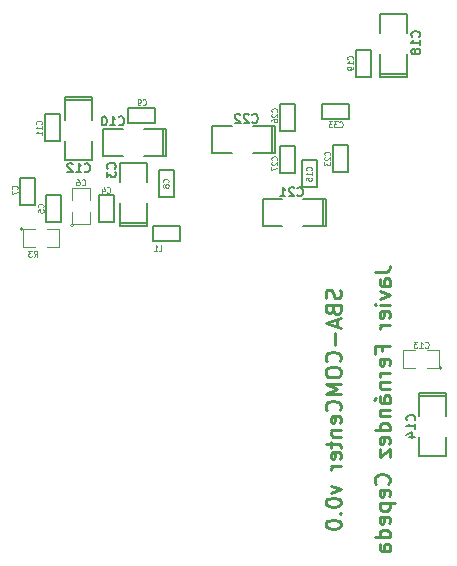
<source format=gbo>
G04 (created by PCBNEW (2013-07-07 BZR 4022)-stable) date 23/05/2015 13:05:33*
%MOIN*%
G04 Gerber Fmt 3.4, Leading zero omitted, Abs format*
%FSLAX34Y34*%
G01*
G70*
G90*
G04 APERTURE LIST*
%ADD10C,0.00590551*%
%ADD11C,0.00984252*%
%ADD12C,0.005*%
%ADD13C,0.0039*%
%ADD14C,0.0043*%
%ADD15C,0.0045*%
G04 APERTURE END LIST*
G54D10*
G54D11*
X60942Y-38400D02*
X60967Y-38473D01*
X60967Y-38595D01*
X60942Y-38643D01*
X60918Y-38668D01*
X60869Y-38692D01*
X60820Y-38692D01*
X60772Y-38668D01*
X60747Y-38643D01*
X60723Y-38595D01*
X60699Y-38497D01*
X60674Y-38448D01*
X60650Y-38424D01*
X60601Y-38400D01*
X60552Y-38400D01*
X60504Y-38424D01*
X60479Y-38448D01*
X60455Y-38497D01*
X60455Y-38619D01*
X60479Y-38692D01*
X60699Y-39082D02*
X60723Y-39155D01*
X60747Y-39180D01*
X60796Y-39204D01*
X60869Y-39204D01*
X60918Y-39180D01*
X60942Y-39155D01*
X60967Y-39106D01*
X60967Y-38911D01*
X60455Y-38911D01*
X60455Y-39082D01*
X60479Y-39131D01*
X60504Y-39155D01*
X60552Y-39180D01*
X60601Y-39180D01*
X60650Y-39155D01*
X60674Y-39131D01*
X60699Y-39082D01*
X60699Y-38911D01*
X60820Y-39399D02*
X60820Y-39643D01*
X60967Y-39350D02*
X60455Y-39521D01*
X60967Y-39691D01*
X60772Y-39862D02*
X60772Y-40252D01*
X60918Y-40788D02*
X60942Y-40764D01*
X60967Y-40691D01*
X60967Y-40642D01*
X60942Y-40569D01*
X60894Y-40520D01*
X60845Y-40496D01*
X60747Y-40471D01*
X60674Y-40471D01*
X60577Y-40496D01*
X60528Y-40520D01*
X60479Y-40569D01*
X60455Y-40642D01*
X60455Y-40691D01*
X60479Y-40764D01*
X60504Y-40788D01*
X60455Y-41105D02*
X60455Y-41202D01*
X60479Y-41251D01*
X60528Y-41300D01*
X60625Y-41324D01*
X60796Y-41324D01*
X60894Y-41300D01*
X60942Y-41251D01*
X60967Y-41202D01*
X60967Y-41105D01*
X60942Y-41056D01*
X60894Y-41007D01*
X60796Y-40983D01*
X60625Y-40983D01*
X60528Y-41007D01*
X60479Y-41056D01*
X60455Y-41105D01*
X60967Y-41544D02*
X60455Y-41544D01*
X60820Y-41714D01*
X60455Y-41885D01*
X60967Y-41885D01*
X60918Y-42421D02*
X60942Y-42397D01*
X60967Y-42324D01*
X60967Y-42275D01*
X60942Y-42202D01*
X60894Y-42153D01*
X60845Y-42129D01*
X60747Y-42104D01*
X60674Y-42104D01*
X60577Y-42129D01*
X60528Y-42153D01*
X60479Y-42202D01*
X60455Y-42275D01*
X60455Y-42324D01*
X60479Y-42397D01*
X60504Y-42421D01*
X60942Y-42835D02*
X60967Y-42787D01*
X60967Y-42689D01*
X60942Y-42640D01*
X60894Y-42616D01*
X60699Y-42616D01*
X60650Y-42640D01*
X60625Y-42689D01*
X60625Y-42787D01*
X60650Y-42835D01*
X60699Y-42860D01*
X60747Y-42860D01*
X60796Y-42616D01*
X60625Y-43079D02*
X60967Y-43079D01*
X60674Y-43079D02*
X60650Y-43103D01*
X60625Y-43152D01*
X60625Y-43225D01*
X60650Y-43274D01*
X60699Y-43298D01*
X60967Y-43298D01*
X60625Y-43469D02*
X60625Y-43664D01*
X60455Y-43542D02*
X60894Y-43542D01*
X60942Y-43567D01*
X60967Y-43615D01*
X60967Y-43664D01*
X60942Y-44030D02*
X60967Y-43981D01*
X60967Y-43883D01*
X60942Y-43835D01*
X60894Y-43810D01*
X60699Y-43810D01*
X60650Y-43835D01*
X60625Y-43883D01*
X60625Y-43981D01*
X60650Y-44030D01*
X60699Y-44054D01*
X60747Y-44054D01*
X60796Y-43810D01*
X60967Y-44273D02*
X60625Y-44273D01*
X60723Y-44273D02*
X60674Y-44298D01*
X60650Y-44322D01*
X60625Y-44371D01*
X60625Y-44420D01*
X60625Y-44931D02*
X60967Y-45053D01*
X60625Y-45175D01*
X60455Y-45468D02*
X60455Y-45516D01*
X60479Y-45565D01*
X60504Y-45589D01*
X60552Y-45614D01*
X60650Y-45638D01*
X60772Y-45638D01*
X60869Y-45614D01*
X60918Y-45589D01*
X60942Y-45565D01*
X60967Y-45516D01*
X60967Y-45468D01*
X60942Y-45419D01*
X60918Y-45394D01*
X60869Y-45370D01*
X60772Y-45346D01*
X60650Y-45346D01*
X60552Y-45370D01*
X60504Y-45394D01*
X60479Y-45419D01*
X60455Y-45468D01*
X60918Y-45858D02*
X60942Y-45882D01*
X60967Y-45858D01*
X60942Y-45833D01*
X60918Y-45858D01*
X60967Y-45858D01*
X60455Y-46199D02*
X60455Y-46247D01*
X60479Y-46296D01*
X60504Y-46321D01*
X60552Y-46345D01*
X60650Y-46369D01*
X60772Y-46369D01*
X60869Y-46345D01*
X60918Y-46321D01*
X60942Y-46296D01*
X60967Y-46247D01*
X60967Y-46199D01*
X60942Y-46150D01*
X60918Y-46126D01*
X60869Y-46101D01*
X60772Y-46077D01*
X60650Y-46077D01*
X60552Y-46101D01*
X60504Y-46126D01*
X60479Y-46150D01*
X60455Y-46199D01*
X62085Y-37803D02*
X62450Y-37803D01*
X62523Y-37778D01*
X62572Y-37729D01*
X62597Y-37656D01*
X62597Y-37608D01*
X62597Y-38266D02*
X62328Y-38266D01*
X62280Y-38241D01*
X62255Y-38193D01*
X62255Y-38095D01*
X62280Y-38046D01*
X62572Y-38266D02*
X62597Y-38217D01*
X62597Y-38095D01*
X62572Y-38046D01*
X62523Y-38022D01*
X62475Y-38022D01*
X62426Y-38046D01*
X62402Y-38095D01*
X62402Y-38217D01*
X62377Y-38266D01*
X62255Y-38461D02*
X62597Y-38582D01*
X62255Y-38704D01*
X62597Y-38899D02*
X62255Y-38899D01*
X62085Y-38899D02*
X62109Y-38875D01*
X62134Y-38899D01*
X62109Y-38924D01*
X62085Y-38899D01*
X62134Y-38899D01*
X62572Y-39338D02*
X62597Y-39289D01*
X62597Y-39192D01*
X62572Y-39143D01*
X62523Y-39119D01*
X62328Y-39119D01*
X62280Y-39143D01*
X62255Y-39192D01*
X62255Y-39289D01*
X62280Y-39338D01*
X62328Y-39362D01*
X62377Y-39362D01*
X62426Y-39119D01*
X62597Y-39582D02*
X62255Y-39582D01*
X62353Y-39582D02*
X62304Y-39606D01*
X62280Y-39630D01*
X62255Y-39679D01*
X62255Y-39728D01*
X62328Y-40459D02*
X62328Y-40289D01*
X62597Y-40289D02*
X62085Y-40289D01*
X62085Y-40532D01*
X62572Y-40922D02*
X62597Y-40873D01*
X62597Y-40776D01*
X62572Y-40727D01*
X62523Y-40703D01*
X62328Y-40703D01*
X62280Y-40727D01*
X62255Y-40776D01*
X62255Y-40873D01*
X62280Y-40922D01*
X62328Y-40947D01*
X62377Y-40947D01*
X62426Y-40703D01*
X62597Y-41166D02*
X62255Y-41166D01*
X62353Y-41166D02*
X62304Y-41190D01*
X62280Y-41215D01*
X62255Y-41263D01*
X62255Y-41312D01*
X62255Y-41483D02*
X62597Y-41483D01*
X62304Y-41483D02*
X62280Y-41507D01*
X62255Y-41556D01*
X62255Y-41629D01*
X62280Y-41678D01*
X62328Y-41702D01*
X62597Y-41702D01*
X62597Y-42165D02*
X62328Y-42165D01*
X62280Y-42141D01*
X62255Y-42092D01*
X62255Y-41995D01*
X62280Y-41946D01*
X62572Y-42165D02*
X62597Y-42116D01*
X62597Y-41995D01*
X62572Y-41946D01*
X62523Y-41921D01*
X62475Y-41921D01*
X62426Y-41946D01*
X62402Y-41995D01*
X62402Y-42116D01*
X62377Y-42165D01*
X62060Y-42092D02*
X62134Y-42019D01*
X62255Y-42409D02*
X62597Y-42409D01*
X62304Y-42409D02*
X62280Y-42433D01*
X62255Y-42482D01*
X62255Y-42555D01*
X62280Y-42604D01*
X62328Y-42628D01*
X62597Y-42628D01*
X62597Y-43091D02*
X62085Y-43091D01*
X62572Y-43091D02*
X62597Y-43043D01*
X62597Y-42945D01*
X62572Y-42896D01*
X62548Y-42872D01*
X62499Y-42848D01*
X62353Y-42848D01*
X62304Y-42872D01*
X62280Y-42896D01*
X62255Y-42945D01*
X62255Y-43043D01*
X62280Y-43091D01*
X62572Y-43530D02*
X62597Y-43481D01*
X62597Y-43384D01*
X62572Y-43335D01*
X62523Y-43311D01*
X62328Y-43311D01*
X62280Y-43335D01*
X62255Y-43384D01*
X62255Y-43481D01*
X62280Y-43530D01*
X62328Y-43554D01*
X62377Y-43554D01*
X62426Y-43311D01*
X62255Y-43725D02*
X62255Y-43993D01*
X62597Y-43725D01*
X62597Y-43993D01*
X62548Y-44870D02*
X62572Y-44846D01*
X62597Y-44773D01*
X62597Y-44724D01*
X62572Y-44651D01*
X62523Y-44602D01*
X62475Y-44578D01*
X62377Y-44554D01*
X62304Y-44554D01*
X62207Y-44578D01*
X62158Y-44602D01*
X62109Y-44651D01*
X62085Y-44724D01*
X62085Y-44773D01*
X62109Y-44846D01*
X62134Y-44870D01*
X62572Y-45285D02*
X62597Y-45236D01*
X62597Y-45139D01*
X62572Y-45090D01*
X62523Y-45065D01*
X62328Y-45065D01*
X62280Y-45090D01*
X62255Y-45139D01*
X62255Y-45236D01*
X62280Y-45285D01*
X62328Y-45309D01*
X62377Y-45309D01*
X62426Y-45065D01*
X62255Y-45528D02*
X62767Y-45528D01*
X62280Y-45528D02*
X62255Y-45577D01*
X62255Y-45675D01*
X62280Y-45723D01*
X62304Y-45748D01*
X62353Y-45772D01*
X62499Y-45772D01*
X62548Y-45748D01*
X62572Y-45723D01*
X62597Y-45675D01*
X62597Y-45577D01*
X62572Y-45528D01*
X62572Y-46187D02*
X62597Y-46138D01*
X62597Y-46040D01*
X62572Y-45992D01*
X62523Y-45967D01*
X62328Y-45967D01*
X62280Y-45992D01*
X62255Y-46040D01*
X62255Y-46138D01*
X62280Y-46187D01*
X62328Y-46211D01*
X62377Y-46211D01*
X62426Y-45967D01*
X62597Y-46650D02*
X62085Y-46650D01*
X62572Y-46650D02*
X62597Y-46601D01*
X62597Y-46503D01*
X62572Y-46455D01*
X62548Y-46430D01*
X62499Y-46406D01*
X62353Y-46406D01*
X62304Y-46430D01*
X62280Y-46455D01*
X62255Y-46503D01*
X62255Y-46601D01*
X62280Y-46650D01*
X62597Y-47113D02*
X62328Y-47113D01*
X62280Y-47088D01*
X62255Y-47040D01*
X62255Y-46942D01*
X62280Y-46893D01*
X62572Y-47113D02*
X62597Y-47064D01*
X62597Y-46942D01*
X62572Y-46893D01*
X62523Y-46869D01*
X62475Y-46869D01*
X62426Y-46893D01*
X62402Y-46942D01*
X62402Y-47064D01*
X62377Y-47113D01*
G54D12*
X51770Y-32095D02*
X51770Y-31995D01*
X51770Y-31995D02*
X52670Y-31995D01*
X52670Y-31995D02*
X52670Y-32095D01*
X51770Y-32095D02*
X52670Y-32095D01*
X52670Y-32095D02*
X52670Y-32745D01*
X51770Y-33445D02*
X51770Y-34095D01*
X51770Y-34095D02*
X52670Y-34095D01*
X52670Y-34095D02*
X52670Y-33445D01*
X51770Y-32745D02*
X51770Y-32095D01*
X55035Y-33040D02*
X55135Y-33040D01*
X55135Y-33040D02*
X55135Y-33940D01*
X55135Y-33940D02*
X55035Y-33940D01*
X55035Y-33040D02*
X55035Y-33940D01*
X55035Y-33940D02*
X54385Y-33940D01*
X53685Y-33040D02*
X53035Y-33040D01*
X53035Y-33040D02*
X53035Y-33940D01*
X53035Y-33940D02*
X53685Y-33940D01*
X54385Y-33040D02*
X55035Y-33040D01*
X54485Y-36170D02*
X54485Y-36270D01*
X54485Y-36270D02*
X53585Y-36270D01*
X53585Y-36270D02*
X53585Y-36170D01*
X54485Y-36170D02*
X53585Y-36170D01*
X53585Y-36170D02*
X53585Y-35520D01*
X54485Y-34820D02*
X54485Y-34170D01*
X54485Y-34170D02*
X53585Y-34170D01*
X53585Y-34170D02*
X53585Y-34820D01*
X54485Y-35520D02*
X54485Y-36170D01*
X58675Y-32955D02*
X58775Y-32955D01*
X58775Y-32955D02*
X58775Y-33855D01*
X58775Y-33855D02*
X58675Y-33855D01*
X58675Y-32955D02*
X58675Y-33855D01*
X58675Y-33855D02*
X58025Y-33855D01*
X57325Y-32955D02*
X56675Y-32955D01*
X56675Y-32955D02*
X56675Y-33855D01*
X56675Y-33855D02*
X57325Y-33855D01*
X58025Y-32955D02*
X58675Y-32955D01*
X60350Y-35390D02*
X60450Y-35390D01*
X60450Y-35390D02*
X60450Y-36290D01*
X60450Y-36290D02*
X60350Y-36290D01*
X60350Y-35390D02*
X60350Y-36290D01*
X60350Y-36290D02*
X59700Y-36290D01*
X59000Y-35390D02*
X58350Y-35390D01*
X58350Y-35390D02*
X58350Y-36290D01*
X58350Y-36290D02*
X59000Y-36290D01*
X59700Y-35390D02*
X60350Y-35390D01*
X63550Y-41950D02*
X63550Y-41850D01*
X63550Y-41850D02*
X64450Y-41850D01*
X64450Y-41850D02*
X64450Y-41950D01*
X63550Y-41950D02*
X64450Y-41950D01*
X64450Y-41950D02*
X64450Y-42600D01*
X63550Y-43300D02*
X63550Y-43950D01*
X63550Y-43950D02*
X64450Y-43950D01*
X64450Y-43950D02*
X64450Y-43300D01*
X63550Y-42600D02*
X63550Y-41950D01*
X63180Y-31200D02*
X63180Y-31300D01*
X63180Y-31300D02*
X62280Y-31300D01*
X62280Y-31300D02*
X62280Y-31200D01*
X63180Y-31200D02*
X62280Y-31200D01*
X62280Y-31200D02*
X62280Y-30550D01*
X63180Y-29850D02*
X63180Y-29200D01*
X63180Y-29200D02*
X62280Y-29200D01*
X62280Y-29200D02*
X62280Y-29850D01*
X63180Y-30550D02*
X63180Y-31200D01*
G54D13*
X64340Y-41020D02*
G75*
G03X64340Y-41020I-50J0D01*
G74*
G01*
X63840Y-41020D02*
X64240Y-41020D01*
X64240Y-41020D02*
X64240Y-40420D01*
X64240Y-40420D02*
X63840Y-40420D01*
X63440Y-40420D02*
X63040Y-40420D01*
X63040Y-40420D02*
X63040Y-41020D01*
X63040Y-41020D02*
X63440Y-41020D01*
X52050Y-36255D02*
G75*
G03X52050Y-36255I-50J0D01*
G74*
G01*
X52000Y-35805D02*
X52000Y-36205D01*
X52000Y-36205D02*
X52600Y-36205D01*
X52600Y-36205D02*
X52600Y-35805D01*
X52600Y-35405D02*
X52600Y-35005D01*
X52600Y-35005D02*
X52000Y-35005D01*
X52000Y-35005D02*
X52000Y-35405D01*
X50365Y-36390D02*
G75*
G03X50365Y-36390I-50J0D01*
G74*
G01*
X50765Y-36390D02*
X50365Y-36390D01*
X50365Y-36390D02*
X50365Y-36990D01*
X50365Y-36990D02*
X50765Y-36990D01*
X51165Y-36990D02*
X51565Y-36990D01*
X51565Y-36990D02*
X51565Y-36390D01*
X51565Y-36390D02*
X51165Y-36390D01*
G54D12*
X61965Y-31315D02*
X61965Y-30415D01*
X61965Y-30415D02*
X61465Y-30415D01*
X61465Y-30415D02*
X61465Y-31315D01*
X61465Y-31315D02*
X61965Y-31315D01*
X61200Y-34465D02*
X61200Y-33565D01*
X61200Y-33565D02*
X60700Y-33565D01*
X60700Y-33565D02*
X60700Y-34465D01*
X60700Y-34465D02*
X61200Y-34465D01*
X61240Y-32200D02*
X60340Y-32200D01*
X60340Y-32200D02*
X60340Y-32700D01*
X60340Y-32700D02*
X61240Y-32700D01*
X61240Y-32700D02*
X61240Y-32200D01*
X58945Y-32200D02*
X58945Y-33100D01*
X58945Y-33100D02*
X59445Y-33100D01*
X59445Y-33100D02*
X59445Y-32200D01*
X59445Y-32200D02*
X58945Y-32200D01*
X59420Y-34520D02*
X59420Y-33620D01*
X59420Y-33620D02*
X58920Y-33620D01*
X58920Y-33620D02*
X58920Y-34520D01*
X58920Y-34520D02*
X59420Y-34520D01*
X50255Y-34675D02*
X50255Y-35575D01*
X50255Y-35575D02*
X50755Y-35575D01*
X50755Y-35575D02*
X50755Y-34675D01*
X50755Y-34675D02*
X50255Y-34675D01*
X51590Y-33445D02*
X51590Y-32545D01*
X51590Y-32545D02*
X51090Y-32545D01*
X51090Y-32545D02*
X51090Y-33445D01*
X51090Y-33445D02*
X51590Y-33445D01*
X54895Y-34405D02*
X54895Y-35305D01*
X54895Y-35305D02*
X55395Y-35305D01*
X55395Y-35305D02*
X55395Y-34405D01*
X55395Y-34405D02*
X54895Y-34405D01*
X53865Y-32850D02*
X54765Y-32850D01*
X54765Y-32850D02*
X54765Y-32350D01*
X54765Y-32350D02*
X53865Y-32350D01*
X53865Y-32350D02*
X53865Y-32850D01*
X51635Y-36145D02*
X51635Y-35245D01*
X51635Y-35245D02*
X51135Y-35245D01*
X51135Y-35245D02*
X51135Y-36145D01*
X51135Y-36145D02*
X51635Y-36145D01*
X53385Y-36155D02*
X53385Y-35255D01*
X53385Y-35255D02*
X52885Y-35255D01*
X52885Y-35255D02*
X52885Y-36155D01*
X52885Y-36155D02*
X53385Y-36155D01*
X55600Y-36280D02*
X54700Y-36280D01*
X54700Y-36280D02*
X54700Y-36780D01*
X54700Y-36780D02*
X55600Y-36780D01*
X55600Y-36780D02*
X55600Y-36280D01*
X59670Y-34090D02*
X59670Y-34990D01*
X59670Y-34990D02*
X60170Y-34990D01*
X60170Y-34990D02*
X60170Y-34090D01*
X60170Y-34090D02*
X59670Y-34090D01*
X52417Y-34462D02*
X52432Y-34477D01*
X52475Y-34491D01*
X52503Y-34491D01*
X52546Y-34477D01*
X52575Y-34448D01*
X52589Y-34420D01*
X52603Y-34362D01*
X52603Y-34320D01*
X52589Y-34262D01*
X52575Y-34234D01*
X52546Y-34205D01*
X52503Y-34191D01*
X52475Y-34191D01*
X52432Y-34205D01*
X52417Y-34220D01*
X52132Y-34491D02*
X52303Y-34491D01*
X52217Y-34491D02*
X52217Y-34191D01*
X52246Y-34234D01*
X52275Y-34262D01*
X52303Y-34277D01*
X52017Y-34220D02*
X52003Y-34205D01*
X51975Y-34191D01*
X51903Y-34191D01*
X51875Y-34205D01*
X51860Y-34220D01*
X51846Y-34248D01*
X51846Y-34277D01*
X51860Y-34320D01*
X52032Y-34491D01*
X51846Y-34491D01*
X53557Y-32897D02*
X53572Y-32912D01*
X53615Y-32926D01*
X53643Y-32926D01*
X53686Y-32912D01*
X53715Y-32883D01*
X53729Y-32855D01*
X53743Y-32797D01*
X53743Y-32755D01*
X53729Y-32697D01*
X53715Y-32669D01*
X53686Y-32640D01*
X53643Y-32626D01*
X53615Y-32626D01*
X53572Y-32640D01*
X53557Y-32655D01*
X53272Y-32926D02*
X53443Y-32926D01*
X53357Y-32926D02*
X53357Y-32626D01*
X53386Y-32669D01*
X53415Y-32697D01*
X53443Y-32712D01*
X53086Y-32626D02*
X53057Y-32626D01*
X53029Y-32640D01*
X53015Y-32655D01*
X53000Y-32683D01*
X52986Y-32740D01*
X52986Y-32812D01*
X53000Y-32869D01*
X53015Y-32897D01*
X53029Y-32912D01*
X53057Y-32926D01*
X53086Y-32926D01*
X53115Y-32912D01*
X53129Y-32897D01*
X53143Y-32869D01*
X53157Y-32812D01*
X53157Y-32740D01*
X53143Y-32683D01*
X53129Y-32655D01*
X53115Y-32640D01*
X53086Y-32626D01*
X53432Y-34365D02*
X53447Y-34350D01*
X53461Y-34307D01*
X53461Y-34279D01*
X53447Y-34236D01*
X53418Y-34207D01*
X53390Y-34193D01*
X53332Y-34179D01*
X53290Y-34179D01*
X53232Y-34193D01*
X53204Y-34207D01*
X53175Y-34236D01*
X53161Y-34279D01*
X53161Y-34307D01*
X53175Y-34350D01*
X53190Y-34365D01*
X53161Y-34465D02*
X53161Y-34650D01*
X53275Y-34550D01*
X53275Y-34593D01*
X53290Y-34622D01*
X53304Y-34636D01*
X53332Y-34650D01*
X53404Y-34650D01*
X53432Y-34636D01*
X53447Y-34622D01*
X53461Y-34593D01*
X53461Y-34507D01*
X53447Y-34479D01*
X53432Y-34465D01*
X58002Y-32817D02*
X58017Y-32832D01*
X58060Y-32846D01*
X58088Y-32846D01*
X58131Y-32832D01*
X58160Y-32803D01*
X58174Y-32775D01*
X58188Y-32717D01*
X58188Y-32675D01*
X58174Y-32617D01*
X58160Y-32589D01*
X58131Y-32560D01*
X58088Y-32546D01*
X58060Y-32546D01*
X58017Y-32560D01*
X58002Y-32575D01*
X57888Y-32575D02*
X57874Y-32560D01*
X57845Y-32546D01*
X57774Y-32546D01*
X57745Y-32560D01*
X57731Y-32575D01*
X57717Y-32603D01*
X57717Y-32632D01*
X57731Y-32675D01*
X57902Y-32846D01*
X57717Y-32846D01*
X57602Y-32575D02*
X57588Y-32560D01*
X57560Y-32546D01*
X57488Y-32546D01*
X57460Y-32560D01*
X57445Y-32575D01*
X57431Y-32603D01*
X57431Y-32632D01*
X57445Y-32675D01*
X57617Y-32846D01*
X57431Y-32846D01*
X59512Y-35257D02*
X59527Y-35272D01*
X59570Y-35286D01*
X59598Y-35286D01*
X59641Y-35272D01*
X59670Y-35243D01*
X59684Y-35215D01*
X59698Y-35157D01*
X59698Y-35115D01*
X59684Y-35057D01*
X59670Y-35029D01*
X59641Y-35000D01*
X59598Y-34986D01*
X59570Y-34986D01*
X59527Y-35000D01*
X59512Y-35015D01*
X59398Y-35015D02*
X59384Y-35000D01*
X59355Y-34986D01*
X59284Y-34986D01*
X59255Y-35000D01*
X59241Y-35015D01*
X59227Y-35043D01*
X59227Y-35072D01*
X59241Y-35115D01*
X59412Y-35286D01*
X59227Y-35286D01*
X58941Y-35286D02*
X59112Y-35286D01*
X59027Y-35286D02*
X59027Y-34986D01*
X59055Y-35029D01*
X59084Y-35057D01*
X59112Y-35072D01*
X63417Y-42762D02*
X63432Y-42747D01*
X63446Y-42705D01*
X63446Y-42676D01*
X63432Y-42633D01*
X63403Y-42605D01*
X63375Y-42590D01*
X63317Y-42576D01*
X63275Y-42576D01*
X63217Y-42590D01*
X63189Y-42605D01*
X63160Y-42633D01*
X63146Y-42676D01*
X63146Y-42705D01*
X63160Y-42747D01*
X63175Y-42762D01*
X63446Y-43047D02*
X63446Y-42876D01*
X63446Y-42962D02*
X63146Y-42962D01*
X63189Y-42933D01*
X63217Y-42905D01*
X63232Y-42876D01*
X63246Y-43305D02*
X63446Y-43305D01*
X63132Y-43233D02*
X63346Y-43162D01*
X63346Y-43347D01*
X63577Y-29977D02*
X63592Y-29962D01*
X63606Y-29920D01*
X63606Y-29891D01*
X63592Y-29848D01*
X63563Y-29820D01*
X63535Y-29805D01*
X63477Y-29791D01*
X63435Y-29791D01*
X63377Y-29805D01*
X63349Y-29820D01*
X63320Y-29848D01*
X63306Y-29891D01*
X63306Y-29920D01*
X63320Y-29962D01*
X63335Y-29977D01*
X63606Y-30262D02*
X63606Y-30091D01*
X63606Y-30177D02*
X63306Y-30177D01*
X63349Y-30148D01*
X63377Y-30120D01*
X63392Y-30091D01*
X63435Y-30434D02*
X63420Y-30405D01*
X63406Y-30391D01*
X63377Y-30377D01*
X63363Y-30377D01*
X63335Y-30391D01*
X63320Y-30405D01*
X63306Y-30434D01*
X63306Y-30491D01*
X63320Y-30520D01*
X63335Y-30534D01*
X63363Y-30548D01*
X63377Y-30548D01*
X63406Y-30534D01*
X63420Y-30520D01*
X63435Y-30491D01*
X63435Y-30434D01*
X63449Y-30405D01*
X63463Y-30391D01*
X63492Y-30377D01*
X63549Y-30377D01*
X63577Y-30391D01*
X63592Y-30405D01*
X63606Y-30434D01*
X63606Y-30491D01*
X63592Y-30520D01*
X63577Y-30534D01*
X63549Y-30548D01*
X63492Y-30548D01*
X63463Y-30534D01*
X63449Y-30520D01*
X63435Y-30491D01*
G54D14*
X63766Y-40320D02*
X63776Y-40330D01*
X63804Y-40339D01*
X63822Y-40339D01*
X63851Y-40330D01*
X63869Y-40311D01*
X63879Y-40292D01*
X63888Y-40255D01*
X63888Y-40227D01*
X63879Y-40189D01*
X63869Y-40170D01*
X63851Y-40152D01*
X63822Y-40142D01*
X63804Y-40142D01*
X63776Y-40152D01*
X63766Y-40161D01*
X63579Y-40339D02*
X63691Y-40339D01*
X63635Y-40339D02*
X63635Y-40142D01*
X63654Y-40170D01*
X63672Y-40189D01*
X63691Y-40199D01*
X63513Y-40142D02*
X63391Y-40142D01*
X63457Y-40217D01*
X63428Y-40217D01*
X63410Y-40227D01*
X63400Y-40236D01*
X63391Y-40255D01*
X63391Y-40302D01*
X63400Y-40320D01*
X63410Y-40330D01*
X63428Y-40339D01*
X63485Y-40339D01*
X63503Y-40330D01*
X63513Y-40320D01*
X52327Y-34905D02*
X52337Y-34915D01*
X52365Y-34924D01*
X52384Y-34924D01*
X52412Y-34915D01*
X52431Y-34896D01*
X52440Y-34877D01*
X52449Y-34840D01*
X52449Y-34812D01*
X52440Y-34774D01*
X52431Y-34755D01*
X52412Y-34737D01*
X52384Y-34727D01*
X52365Y-34727D01*
X52337Y-34737D01*
X52327Y-34746D01*
X52158Y-34727D02*
X52196Y-34727D01*
X52215Y-34737D01*
X52224Y-34746D01*
X52243Y-34774D01*
X52252Y-34812D01*
X52252Y-34887D01*
X52243Y-34905D01*
X52234Y-34915D01*
X52215Y-34924D01*
X52177Y-34924D01*
X52158Y-34915D01*
X52149Y-34905D01*
X52140Y-34887D01*
X52140Y-34840D01*
X52149Y-34821D01*
X52158Y-34812D01*
X52177Y-34802D01*
X52215Y-34802D01*
X52234Y-34812D01*
X52243Y-34821D01*
X52252Y-34840D01*
X50732Y-37304D02*
X50798Y-37210D01*
X50845Y-37304D02*
X50845Y-37107D01*
X50770Y-37107D01*
X50751Y-37117D01*
X50742Y-37126D01*
X50732Y-37145D01*
X50732Y-37173D01*
X50742Y-37192D01*
X50751Y-37201D01*
X50770Y-37210D01*
X50845Y-37210D01*
X50667Y-37107D02*
X50545Y-37107D01*
X50610Y-37182D01*
X50582Y-37182D01*
X50563Y-37192D01*
X50554Y-37201D01*
X50545Y-37220D01*
X50545Y-37267D01*
X50554Y-37285D01*
X50563Y-37295D01*
X50582Y-37304D01*
X50639Y-37304D01*
X50657Y-37295D01*
X50667Y-37285D01*
G54D15*
X61351Y-30724D02*
X61361Y-30715D01*
X61370Y-30690D01*
X61370Y-30672D01*
X61361Y-30647D01*
X61342Y-30630D01*
X61323Y-30621D01*
X61285Y-30612D01*
X61256Y-30612D01*
X61218Y-30621D01*
X61199Y-30630D01*
X61180Y-30647D01*
X61170Y-30672D01*
X61170Y-30690D01*
X61180Y-30715D01*
X61190Y-30724D01*
X61370Y-30895D02*
X61370Y-30792D01*
X61370Y-30844D02*
X61170Y-30844D01*
X61199Y-30827D01*
X61218Y-30810D01*
X61228Y-30792D01*
X61370Y-30981D02*
X61370Y-31015D01*
X61361Y-31032D01*
X61351Y-31041D01*
X61323Y-31058D01*
X61285Y-31067D01*
X61209Y-31067D01*
X61190Y-31058D01*
X61180Y-31050D01*
X61170Y-31032D01*
X61170Y-30998D01*
X61180Y-30981D01*
X61190Y-30972D01*
X61209Y-30964D01*
X61256Y-30964D01*
X61275Y-30972D01*
X61285Y-30981D01*
X61294Y-30998D01*
X61294Y-31032D01*
X61285Y-31050D01*
X61275Y-31058D01*
X61256Y-31067D01*
X60591Y-33914D02*
X60601Y-33905D01*
X60610Y-33880D01*
X60610Y-33862D01*
X60601Y-33837D01*
X60582Y-33820D01*
X60563Y-33811D01*
X60525Y-33802D01*
X60496Y-33802D01*
X60458Y-33811D01*
X60439Y-33820D01*
X60420Y-33837D01*
X60410Y-33862D01*
X60410Y-33880D01*
X60420Y-33905D01*
X60430Y-33914D01*
X60430Y-33982D02*
X60420Y-33991D01*
X60410Y-34008D01*
X60410Y-34051D01*
X60420Y-34068D01*
X60430Y-34077D01*
X60449Y-34085D01*
X60468Y-34085D01*
X60496Y-34077D01*
X60610Y-33974D01*
X60610Y-34085D01*
X60410Y-34145D02*
X60410Y-34257D01*
X60487Y-34197D01*
X60487Y-34222D01*
X60496Y-34240D01*
X60506Y-34248D01*
X60525Y-34257D01*
X60572Y-34257D01*
X60591Y-34248D01*
X60601Y-34240D01*
X60610Y-34222D01*
X60610Y-34171D01*
X60601Y-34154D01*
X60591Y-34145D01*
X60910Y-32971D02*
X60919Y-32981D01*
X60945Y-32990D01*
X60962Y-32990D01*
X60987Y-32981D01*
X61005Y-32962D01*
X61013Y-32943D01*
X61022Y-32905D01*
X61022Y-32876D01*
X61013Y-32838D01*
X61005Y-32819D01*
X60987Y-32800D01*
X60962Y-32790D01*
X60945Y-32790D01*
X60919Y-32800D01*
X60910Y-32810D01*
X60850Y-32790D02*
X60739Y-32790D01*
X60799Y-32867D01*
X60773Y-32867D01*
X60756Y-32876D01*
X60747Y-32886D01*
X60739Y-32905D01*
X60739Y-32952D01*
X60747Y-32971D01*
X60756Y-32981D01*
X60773Y-32990D01*
X60825Y-32990D01*
X60842Y-32981D01*
X60850Y-32971D01*
X60679Y-32790D02*
X60567Y-32790D01*
X60627Y-32867D01*
X60602Y-32867D01*
X60585Y-32876D01*
X60576Y-32886D01*
X60567Y-32905D01*
X60567Y-32952D01*
X60576Y-32971D01*
X60585Y-32981D01*
X60602Y-32990D01*
X60653Y-32990D01*
X60670Y-32981D01*
X60679Y-32971D01*
X58826Y-32469D02*
X58836Y-32460D01*
X58845Y-32435D01*
X58845Y-32417D01*
X58836Y-32392D01*
X58817Y-32375D01*
X58798Y-32366D01*
X58760Y-32357D01*
X58731Y-32357D01*
X58693Y-32366D01*
X58674Y-32375D01*
X58655Y-32392D01*
X58645Y-32417D01*
X58645Y-32435D01*
X58655Y-32460D01*
X58665Y-32469D01*
X58665Y-32537D02*
X58655Y-32546D01*
X58645Y-32563D01*
X58645Y-32606D01*
X58655Y-32623D01*
X58665Y-32632D01*
X58684Y-32640D01*
X58703Y-32640D01*
X58731Y-32632D01*
X58845Y-32529D01*
X58845Y-32640D01*
X58645Y-32795D02*
X58645Y-32760D01*
X58655Y-32743D01*
X58665Y-32735D01*
X58693Y-32717D01*
X58731Y-32709D01*
X58807Y-32709D01*
X58826Y-32717D01*
X58836Y-32726D01*
X58845Y-32743D01*
X58845Y-32777D01*
X58836Y-32795D01*
X58826Y-32803D01*
X58807Y-32812D01*
X58760Y-32812D01*
X58741Y-32803D01*
X58731Y-32795D01*
X58722Y-32777D01*
X58722Y-32743D01*
X58731Y-32726D01*
X58741Y-32717D01*
X58760Y-32709D01*
X58821Y-34074D02*
X58831Y-34065D01*
X58840Y-34040D01*
X58840Y-34022D01*
X58831Y-33997D01*
X58812Y-33980D01*
X58793Y-33971D01*
X58755Y-33962D01*
X58726Y-33962D01*
X58688Y-33971D01*
X58669Y-33980D01*
X58650Y-33997D01*
X58640Y-34022D01*
X58640Y-34040D01*
X58650Y-34065D01*
X58660Y-34074D01*
X58660Y-34142D02*
X58650Y-34151D01*
X58640Y-34168D01*
X58640Y-34211D01*
X58650Y-34228D01*
X58660Y-34237D01*
X58679Y-34245D01*
X58698Y-34245D01*
X58726Y-34237D01*
X58840Y-34134D01*
X58840Y-34245D01*
X58640Y-34305D02*
X58640Y-34425D01*
X58840Y-34348D01*
X50166Y-35045D02*
X50176Y-35036D01*
X50185Y-35010D01*
X50185Y-34993D01*
X50176Y-34967D01*
X50157Y-34950D01*
X50138Y-34942D01*
X50100Y-34933D01*
X50071Y-34933D01*
X50033Y-34942D01*
X50014Y-34950D01*
X49995Y-34967D01*
X49985Y-34993D01*
X49985Y-35010D01*
X49995Y-35036D01*
X50005Y-35045D01*
X49985Y-35105D02*
X49985Y-35225D01*
X50185Y-35147D01*
X50976Y-32889D02*
X50986Y-32880D01*
X50995Y-32855D01*
X50995Y-32837D01*
X50986Y-32812D01*
X50967Y-32795D01*
X50948Y-32786D01*
X50910Y-32777D01*
X50881Y-32777D01*
X50843Y-32786D01*
X50824Y-32795D01*
X50805Y-32812D01*
X50795Y-32837D01*
X50795Y-32855D01*
X50805Y-32880D01*
X50815Y-32889D01*
X50995Y-33060D02*
X50995Y-32957D01*
X50995Y-33009D02*
X50795Y-33009D01*
X50824Y-32992D01*
X50843Y-32975D01*
X50853Y-32957D01*
X50995Y-33232D02*
X50995Y-33129D01*
X50995Y-33180D02*
X50795Y-33180D01*
X50824Y-33163D01*
X50843Y-33146D01*
X50853Y-33129D01*
X55206Y-34825D02*
X55216Y-34816D01*
X55225Y-34790D01*
X55225Y-34773D01*
X55216Y-34747D01*
X55197Y-34730D01*
X55178Y-34722D01*
X55140Y-34713D01*
X55111Y-34713D01*
X55073Y-34722D01*
X55054Y-34730D01*
X55035Y-34747D01*
X55025Y-34773D01*
X55025Y-34790D01*
X55035Y-34816D01*
X55045Y-34825D01*
X55111Y-34927D02*
X55102Y-34910D01*
X55092Y-34902D01*
X55073Y-34893D01*
X55064Y-34893D01*
X55045Y-34902D01*
X55035Y-34910D01*
X55025Y-34927D01*
X55025Y-34962D01*
X55035Y-34979D01*
X55045Y-34987D01*
X55064Y-34996D01*
X55073Y-34996D01*
X55092Y-34987D01*
X55102Y-34979D01*
X55111Y-34962D01*
X55111Y-34927D01*
X55121Y-34910D01*
X55130Y-34902D01*
X55149Y-34893D01*
X55187Y-34893D01*
X55206Y-34902D01*
X55216Y-34910D01*
X55225Y-34927D01*
X55225Y-34962D01*
X55216Y-34979D01*
X55206Y-34987D01*
X55187Y-34996D01*
X55149Y-34996D01*
X55130Y-34987D01*
X55121Y-34979D01*
X55111Y-34962D01*
X54355Y-32231D02*
X54363Y-32241D01*
X54389Y-32250D01*
X54406Y-32250D01*
X54432Y-32241D01*
X54449Y-32222D01*
X54457Y-32203D01*
X54466Y-32165D01*
X54466Y-32136D01*
X54457Y-32098D01*
X54449Y-32079D01*
X54432Y-32060D01*
X54406Y-32050D01*
X54389Y-32050D01*
X54363Y-32060D01*
X54355Y-32070D01*
X54269Y-32250D02*
X54235Y-32250D01*
X54217Y-32241D01*
X54209Y-32231D01*
X54192Y-32203D01*
X54183Y-32165D01*
X54183Y-32089D01*
X54192Y-32070D01*
X54200Y-32060D01*
X54217Y-32050D01*
X54252Y-32050D01*
X54269Y-32060D01*
X54277Y-32070D01*
X54286Y-32089D01*
X54286Y-32136D01*
X54277Y-32155D01*
X54269Y-32165D01*
X54252Y-32174D01*
X54217Y-32174D01*
X54200Y-32165D01*
X54192Y-32155D01*
X54183Y-32136D01*
X51031Y-35660D02*
X51041Y-35651D01*
X51050Y-35625D01*
X51050Y-35608D01*
X51041Y-35582D01*
X51022Y-35565D01*
X51003Y-35557D01*
X50965Y-35548D01*
X50936Y-35548D01*
X50898Y-35557D01*
X50879Y-35565D01*
X50860Y-35582D01*
X50850Y-35608D01*
X50850Y-35625D01*
X50860Y-35651D01*
X50870Y-35660D01*
X50850Y-35822D02*
X50850Y-35737D01*
X50946Y-35728D01*
X50936Y-35737D01*
X50927Y-35754D01*
X50927Y-35797D01*
X50936Y-35814D01*
X50946Y-35822D01*
X50965Y-35831D01*
X51012Y-35831D01*
X51031Y-35822D01*
X51041Y-35814D01*
X51050Y-35797D01*
X51050Y-35754D01*
X51041Y-35737D01*
X51031Y-35728D01*
X53165Y-35156D02*
X53173Y-35166D01*
X53199Y-35175D01*
X53216Y-35175D01*
X53242Y-35166D01*
X53259Y-35147D01*
X53267Y-35128D01*
X53276Y-35090D01*
X53276Y-35061D01*
X53267Y-35023D01*
X53259Y-35004D01*
X53242Y-34985D01*
X53216Y-34975D01*
X53199Y-34975D01*
X53173Y-34985D01*
X53165Y-34995D01*
X53010Y-35042D02*
X53010Y-35175D01*
X53053Y-34966D02*
X53096Y-35109D01*
X52985Y-35109D01*
X54895Y-37110D02*
X54980Y-37110D01*
X54980Y-36910D01*
X54740Y-37110D02*
X54843Y-37110D01*
X54792Y-37110D02*
X54792Y-36910D01*
X54809Y-36939D01*
X54826Y-36958D01*
X54843Y-36968D01*
X59981Y-34424D02*
X59991Y-34415D01*
X60000Y-34390D01*
X60000Y-34372D01*
X59991Y-34347D01*
X59972Y-34330D01*
X59953Y-34321D01*
X59915Y-34312D01*
X59886Y-34312D01*
X59848Y-34321D01*
X59829Y-34330D01*
X59810Y-34347D01*
X59800Y-34372D01*
X59800Y-34390D01*
X59810Y-34415D01*
X59820Y-34424D01*
X60000Y-34595D02*
X60000Y-34492D01*
X60000Y-34544D02*
X59800Y-34544D01*
X59829Y-34527D01*
X59848Y-34510D01*
X59858Y-34492D01*
X59800Y-34758D02*
X59800Y-34672D01*
X59896Y-34664D01*
X59886Y-34672D01*
X59877Y-34690D01*
X59877Y-34732D01*
X59886Y-34750D01*
X59896Y-34758D01*
X59915Y-34767D01*
X59962Y-34767D01*
X59981Y-34758D01*
X59991Y-34750D01*
X60000Y-34732D01*
X60000Y-34690D01*
X59991Y-34672D01*
X59981Y-34664D01*
M02*

</source>
